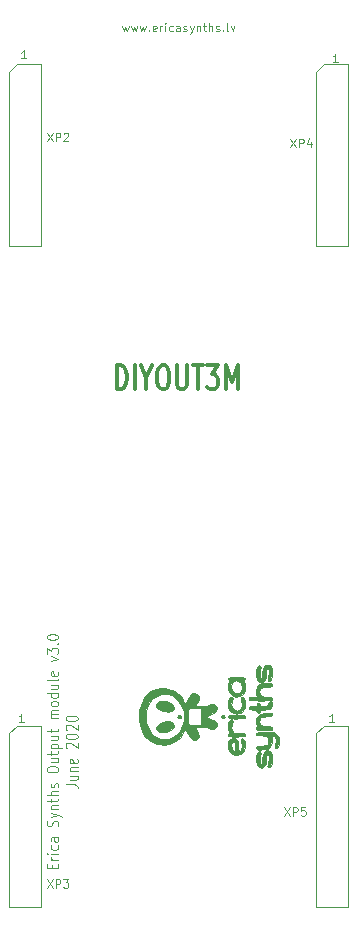
<source format=gto>
G04 #@! TF.GenerationSoftware,KiCad,Pcbnew,(2016-12-20 revision 2972f6f)-master*
G04 #@! TF.CreationDate,2020-06-24T23:38:58+03:00*
G04 #@! TF.ProjectId,DIYOUT3M,4449594F5554334D2E6B696361645F70,rev?*
G04 #@! TF.FileFunction,Legend,Top*
G04 #@! TF.FilePolarity,Positive*
%FSLAX46Y46*%
G04 Gerber Fmt 4.6, Leading zero omitted, Abs format (unit mm)*
G04 Created by KiCad (PCBNEW (2016-12-20 revision 2972f6f)-master) date Wed Jun 24 23:38:58 2020*
%MOMM*%
%LPD*%
G01*
G04 APERTURE LIST*
%ADD10C,0.100000*%
%ADD11C,0.300000*%
%ADD12C,0.120000*%
G04 APERTURE END LIST*
D10*
D11*
X9292857Y50195239D02*
X9292857Y52195239D01*
X9650000Y52195239D01*
X9864285Y52100000D01*
X10007142Y51909524D01*
X10078571Y51719048D01*
X10150000Y51338096D01*
X10150000Y51052381D01*
X10078571Y50671429D01*
X10007142Y50480953D01*
X9864285Y50290477D01*
X9650000Y50195239D01*
X9292857Y50195239D01*
X10792857Y50195239D02*
X10792857Y52195239D01*
X11792857Y51147620D02*
X11792857Y50195239D01*
X11292857Y52195239D02*
X11792857Y51147620D01*
X12292857Y52195239D01*
X13078571Y52195239D02*
X13364285Y52195239D01*
X13507142Y52100000D01*
X13650000Y51909524D01*
X13721428Y51528572D01*
X13721428Y50861905D01*
X13650000Y50480953D01*
X13507142Y50290477D01*
X13364285Y50195239D01*
X13078571Y50195239D01*
X12935714Y50290477D01*
X12792857Y50480953D01*
X12721428Y50861905D01*
X12721428Y51528572D01*
X12792857Y51909524D01*
X12935714Y52100000D01*
X13078571Y52195239D01*
X14364285Y52195239D02*
X14364285Y50576191D01*
X14435714Y50385715D01*
X14507142Y50290477D01*
X14650000Y50195239D01*
X14935714Y50195239D01*
X15078571Y50290477D01*
X15150000Y50385715D01*
X15221428Y50576191D01*
X15221428Y52195239D01*
X15721428Y52195239D02*
X16578571Y52195239D01*
X16150000Y50195239D02*
X16150000Y52195239D01*
X16935714Y52195239D02*
X17864285Y52195239D01*
X17364285Y51433334D01*
X17578571Y51433334D01*
X17721428Y51338096D01*
X17792857Y51242858D01*
X17864285Y51052381D01*
X17864285Y50576191D01*
X17792857Y50385715D01*
X17721428Y50290477D01*
X17578571Y50195239D01*
X17150000Y50195239D01*
X17007142Y50290477D01*
X16935714Y50385715D01*
X18507142Y50195239D02*
X18507142Y52195239D01*
X19007142Y50766667D01*
X19507142Y52195239D01*
X19507142Y50195239D01*
D10*
X1600000Y78183334D02*
X1200000Y78183334D01*
X1400000Y78183334D02*
X1400000Y78883334D01*
X1333333Y78783334D01*
X1266666Y78716667D01*
X1200000Y78683334D01*
X28000000Y77883334D02*
X27600000Y77883334D01*
X27800000Y77883334D02*
X27800000Y78583334D01*
X27733333Y78483334D01*
X27666666Y78416667D01*
X27600000Y78383334D01*
X1400000Y21983334D02*
X1000000Y21983334D01*
X1200000Y21983334D02*
X1200000Y22683334D01*
X1133333Y22583334D01*
X1066666Y22516667D01*
X1000000Y22483334D01*
X27689000Y21971334D02*
X27289000Y21971334D01*
X27489000Y21971334D02*
X27489000Y22671334D01*
X27422333Y22571334D01*
X27355666Y22504667D01*
X27289000Y22471334D01*
X9750000Y80950000D02*
X9883333Y80483334D01*
X10016666Y80816667D01*
X10150000Y80483334D01*
X10283333Y80950000D01*
X10483333Y80950000D02*
X10616666Y80483334D01*
X10750000Y80816667D01*
X10883333Y80483334D01*
X11016666Y80950000D01*
X11216666Y80950000D02*
X11350000Y80483334D01*
X11483333Y80816667D01*
X11616666Y80483334D01*
X11750000Y80950000D01*
X12016666Y80550000D02*
X12050000Y80516667D01*
X12016666Y80483334D01*
X11983333Y80516667D01*
X12016666Y80550000D01*
X12016666Y80483334D01*
X12616666Y80516667D02*
X12550000Y80483334D01*
X12416666Y80483334D01*
X12350000Y80516667D01*
X12316666Y80583334D01*
X12316666Y80850000D01*
X12350000Y80916667D01*
X12416666Y80950000D01*
X12550000Y80950000D01*
X12616666Y80916667D01*
X12650000Y80850000D01*
X12650000Y80783334D01*
X12316666Y80716667D01*
X12950000Y80483334D02*
X12950000Y80950000D01*
X12950000Y80816667D02*
X12983333Y80883334D01*
X13016666Y80916667D01*
X13083333Y80950000D01*
X13150000Y80950000D01*
X13383333Y80483334D02*
X13383333Y80950000D01*
X13383333Y81183334D02*
X13350000Y81150000D01*
X13383333Y81116667D01*
X13416666Y81150000D01*
X13383333Y81183334D01*
X13383333Y81116667D01*
X14016666Y80516667D02*
X13950000Y80483334D01*
X13816666Y80483334D01*
X13750000Y80516667D01*
X13716666Y80550000D01*
X13683333Y80616667D01*
X13683333Y80816667D01*
X13716666Y80883334D01*
X13750000Y80916667D01*
X13816666Y80950000D01*
X13950000Y80950000D01*
X14016666Y80916667D01*
X14616666Y80483334D02*
X14616666Y80850000D01*
X14583333Y80916667D01*
X14516666Y80950000D01*
X14383333Y80950000D01*
X14316666Y80916667D01*
X14616666Y80516667D02*
X14550000Y80483334D01*
X14383333Y80483334D01*
X14316666Y80516667D01*
X14283333Y80583334D01*
X14283333Y80650000D01*
X14316666Y80716667D01*
X14383333Y80750000D01*
X14550000Y80750000D01*
X14616666Y80783334D01*
X14916666Y80516667D02*
X14983333Y80483334D01*
X15116666Y80483334D01*
X15183333Y80516667D01*
X15216666Y80583334D01*
X15216666Y80616667D01*
X15183333Y80683334D01*
X15116666Y80716667D01*
X15016666Y80716667D01*
X14950000Y80750000D01*
X14916666Y80816667D01*
X14916666Y80850000D01*
X14950000Y80916667D01*
X15016666Y80950000D01*
X15116666Y80950000D01*
X15183333Y80916667D01*
X15450000Y80950000D02*
X15616666Y80483334D01*
X15783333Y80950000D02*
X15616666Y80483334D01*
X15550000Y80316667D01*
X15516666Y80283334D01*
X15450000Y80250000D01*
X16050000Y80950000D02*
X16050000Y80483334D01*
X16050000Y80883334D02*
X16083333Y80916667D01*
X16150000Y80950000D01*
X16250000Y80950000D01*
X16316666Y80916667D01*
X16350000Y80850000D01*
X16350000Y80483334D01*
X16583333Y80950000D02*
X16850000Y80950000D01*
X16683333Y81183334D02*
X16683333Y80583334D01*
X16716666Y80516667D01*
X16783333Y80483334D01*
X16850000Y80483334D01*
X17083333Y80483334D02*
X17083333Y81183334D01*
X17383333Y80483334D02*
X17383333Y80850000D01*
X17350000Y80916667D01*
X17283333Y80950000D01*
X17183333Y80950000D01*
X17116666Y80916667D01*
X17083333Y80883334D01*
X17683333Y80516667D02*
X17750000Y80483334D01*
X17883333Y80483334D01*
X17950000Y80516667D01*
X17983333Y80583334D01*
X17983333Y80616667D01*
X17950000Y80683334D01*
X17883333Y80716667D01*
X17783333Y80716667D01*
X17716666Y80750000D01*
X17683333Y80816667D01*
X17683333Y80850000D01*
X17716666Y80916667D01*
X17783333Y80950000D01*
X17883333Y80950000D01*
X17950000Y80916667D01*
X18283333Y80550000D02*
X18316666Y80516667D01*
X18283333Y80483334D01*
X18250000Y80516667D01*
X18283333Y80550000D01*
X18283333Y80483334D01*
X18716666Y80483334D02*
X18650000Y80516667D01*
X18616666Y80583334D01*
X18616666Y81183334D01*
X18916666Y80950000D02*
X19083333Y80483334D01*
X19250000Y80950000D01*
D12*
X3818571Y9614286D02*
X3818571Y9880953D01*
X4342380Y9995239D02*
X4342380Y9614286D01*
X3342380Y9614286D01*
X3342380Y9995239D01*
X4342380Y10338096D02*
X3675714Y10338096D01*
X3866190Y10338096D02*
X3770952Y10376191D01*
X3723333Y10414286D01*
X3675714Y10490477D01*
X3675714Y10566667D01*
X4342380Y10833334D02*
X3675714Y10833334D01*
X3342380Y10833334D02*
X3390000Y10795239D01*
X3437619Y10833334D01*
X3390000Y10871429D01*
X3342380Y10833334D01*
X3437619Y10833334D01*
X4294761Y11557143D02*
X4342380Y11480953D01*
X4342380Y11328572D01*
X4294761Y11252381D01*
X4247142Y11214286D01*
X4151904Y11176191D01*
X3866190Y11176191D01*
X3770952Y11214286D01*
X3723333Y11252381D01*
X3675714Y11328572D01*
X3675714Y11480953D01*
X3723333Y11557143D01*
X4342380Y12242858D02*
X3818571Y12242858D01*
X3723333Y12204762D01*
X3675714Y12128572D01*
X3675714Y11976191D01*
X3723333Y11900000D01*
X4294761Y12242858D02*
X4342380Y12166667D01*
X4342380Y11976191D01*
X4294761Y11900000D01*
X4199523Y11861905D01*
X4104285Y11861905D01*
X4009047Y11900000D01*
X3961428Y11976191D01*
X3961428Y12166667D01*
X3913809Y12242858D01*
X4294761Y13195239D02*
X4342380Y13309524D01*
X4342380Y13500000D01*
X4294761Y13576191D01*
X4247142Y13614286D01*
X4151904Y13652381D01*
X4056666Y13652381D01*
X3961428Y13614286D01*
X3913809Y13576191D01*
X3866190Y13500000D01*
X3818571Y13347620D01*
X3770952Y13271429D01*
X3723333Y13233334D01*
X3628095Y13195239D01*
X3532857Y13195239D01*
X3437619Y13233334D01*
X3390000Y13271429D01*
X3342380Y13347620D01*
X3342380Y13538096D01*
X3390000Y13652381D01*
X3675714Y13919048D02*
X4342380Y14109524D01*
X3675714Y14300000D02*
X4342380Y14109524D01*
X4580476Y14033334D01*
X4628095Y13995239D01*
X4675714Y13919048D01*
X3675714Y14604762D02*
X4342380Y14604762D01*
X3770952Y14604762D02*
X3723333Y14642858D01*
X3675714Y14719048D01*
X3675714Y14833334D01*
X3723333Y14909524D01*
X3818571Y14947620D01*
X4342380Y14947620D01*
X3675714Y15214286D02*
X3675714Y15519048D01*
X3342380Y15328572D02*
X4199523Y15328572D01*
X4294761Y15366667D01*
X4342380Y15442858D01*
X4342380Y15519048D01*
X4342380Y15785715D02*
X3342380Y15785715D01*
X4342380Y16128572D02*
X3818571Y16128572D01*
X3723333Y16090477D01*
X3675714Y16014286D01*
X3675714Y15900000D01*
X3723333Y15823810D01*
X3770952Y15785715D01*
X4294761Y16471429D02*
X4342380Y16547620D01*
X4342380Y16700000D01*
X4294761Y16776191D01*
X4199523Y16814286D01*
X4151904Y16814286D01*
X4056666Y16776191D01*
X4009047Y16700000D01*
X4009047Y16585715D01*
X3961428Y16509524D01*
X3866190Y16471429D01*
X3818571Y16471429D01*
X3723333Y16509524D01*
X3675714Y16585715D01*
X3675714Y16700000D01*
X3723333Y16776191D01*
X3342380Y17919048D02*
X3342380Y18071429D01*
X3390000Y18147620D01*
X3485238Y18223810D01*
X3675714Y18261905D01*
X4009047Y18261905D01*
X4199523Y18223810D01*
X4294761Y18147620D01*
X4342380Y18071429D01*
X4342380Y17919048D01*
X4294761Y17842858D01*
X4199523Y17766667D01*
X4009047Y17728572D01*
X3675714Y17728572D01*
X3485238Y17766667D01*
X3390000Y17842858D01*
X3342380Y17919048D01*
X3675714Y18947620D02*
X4342380Y18947620D01*
X3675714Y18604762D02*
X4199523Y18604762D01*
X4294761Y18642858D01*
X4342380Y18719048D01*
X4342380Y18833334D01*
X4294761Y18909524D01*
X4247142Y18947620D01*
X3675714Y19214286D02*
X3675714Y19519048D01*
X3342380Y19328572D02*
X4199523Y19328572D01*
X4294761Y19366667D01*
X4342380Y19442858D01*
X4342380Y19519048D01*
X3675714Y19785715D02*
X4675714Y19785715D01*
X3723333Y19785715D02*
X3675714Y19861905D01*
X3675714Y20014286D01*
X3723333Y20090477D01*
X3770952Y20128572D01*
X3866190Y20166667D01*
X4151904Y20166667D01*
X4247142Y20128572D01*
X4294761Y20090477D01*
X4342380Y20014286D01*
X4342380Y19861905D01*
X4294761Y19785715D01*
X3675714Y20852381D02*
X4342380Y20852381D01*
X3675714Y20509524D02*
X4199523Y20509524D01*
X4294761Y20547620D01*
X4342380Y20623810D01*
X4342380Y20738096D01*
X4294761Y20814286D01*
X4247142Y20852381D01*
X3675714Y21119048D02*
X3675714Y21423810D01*
X3342380Y21233334D02*
X4199523Y21233334D01*
X4294761Y21271429D01*
X4342380Y21347620D01*
X4342380Y21423810D01*
X4342380Y22300000D02*
X3675714Y22300000D01*
X3770952Y22300000D02*
X3723333Y22338096D01*
X3675714Y22414286D01*
X3675714Y22528572D01*
X3723333Y22604762D01*
X3818571Y22642858D01*
X4342380Y22642858D01*
X3818571Y22642858D02*
X3723333Y22680953D01*
X3675714Y22757143D01*
X3675714Y22871429D01*
X3723333Y22947620D01*
X3818571Y22985715D01*
X4342380Y22985715D01*
X4342380Y23480953D02*
X4294761Y23404762D01*
X4247142Y23366667D01*
X4151904Y23328572D01*
X3866190Y23328572D01*
X3770952Y23366667D01*
X3723333Y23404762D01*
X3675714Y23480953D01*
X3675714Y23595239D01*
X3723333Y23671429D01*
X3770952Y23709524D01*
X3866190Y23747620D01*
X4151904Y23747620D01*
X4247142Y23709524D01*
X4294761Y23671429D01*
X4342380Y23595239D01*
X4342380Y23480953D01*
X4342380Y24433334D02*
X3342380Y24433334D01*
X4294761Y24433334D02*
X4342380Y24357143D01*
X4342380Y24204762D01*
X4294761Y24128572D01*
X4247142Y24090477D01*
X4151904Y24052381D01*
X3866190Y24052381D01*
X3770952Y24090477D01*
X3723333Y24128572D01*
X3675714Y24204762D01*
X3675714Y24357143D01*
X3723333Y24433334D01*
X3675714Y25157143D02*
X4342380Y25157143D01*
X3675714Y24814286D02*
X4199523Y24814286D01*
X4294761Y24852381D01*
X4342380Y24928572D01*
X4342380Y25042858D01*
X4294761Y25119048D01*
X4247142Y25157143D01*
X4342380Y25652381D02*
X4294761Y25576191D01*
X4199523Y25538096D01*
X3342380Y25538096D01*
X4294761Y26261905D02*
X4342380Y26185715D01*
X4342380Y26033334D01*
X4294761Y25957143D01*
X4199523Y25919048D01*
X3818571Y25919048D01*
X3723333Y25957143D01*
X3675714Y26033334D01*
X3675714Y26185715D01*
X3723333Y26261905D01*
X3818571Y26300000D01*
X3913809Y26300000D01*
X4009047Y25919048D01*
X3675714Y27176191D02*
X4342380Y27366667D01*
X3675714Y27557143D01*
X3342380Y27785715D02*
X3342380Y28280953D01*
X3723333Y28014286D01*
X3723333Y28128572D01*
X3770952Y28204762D01*
X3818571Y28242858D01*
X3913809Y28280953D01*
X4151904Y28280953D01*
X4247142Y28242858D01*
X4294761Y28204762D01*
X4342380Y28128572D01*
X4342380Y27900000D01*
X4294761Y27823810D01*
X4247142Y27785715D01*
X4247142Y28623810D02*
X4294761Y28661905D01*
X4342380Y28623810D01*
X4294761Y28585715D01*
X4247142Y28623810D01*
X4342380Y28623810D01*
X3342380Y29157143D02*
X3342380Y29233334D01*
X3390000Y29309524D01*
X3437619Y29347620D01*
X3532857Y29385715D01*
X3723333Y29423810D01*
X3961428Y29423810D01*
X4151904Y29385715D01*
X4247142Y29347620D01*
X4294761Y29309524D01*
X4342380Y29233334D01*
X4342380Y29157143D01*
X4294761Y29080953D01*
X4247142Y29042858D01*
X4151904Y29004762D01*
X3961428Y28966667D01*
X3723333Y28966667D01*
X3532857Y29004762D01*
X3437619Y29042858D01*
X3390000Y29080953D01*
X3342380Y29157143D01*
X4962380Y16719048D02*
X5676666Y16719048D01*
X5819523Y16680953D01*
X5914761Y16604762D01*
X5962380Y16490477D01*
X5962380Y16414286D01*
X5295714Y17442858D02*
X5962380Y17442858D01*
X5295714Y17100000D02*
X5819523Y17100000D01*
X5914761Y17138096D01*
X5962380Y17214286D01*
X5962380Y17328572D01*
X5914761Y17404762D01*
X5867142Y17442858D01*
X5295714Y17823810D02*
X5962380Y17823810D01*
X5390952Y17823810D02*
X5343333Y17861905D01*
X5295714Y17938096D01*
X5295714Y18052381D01*
X5343333Y18128572D01*
X5438571Y18166667D01*
X5962380Y18166667D01*
X5914761Y18852381D02*
X5962380Y18776191D01*
X5962380Y18623810D01*
X5914761Y18547620D01*
X5819523Y18509524D01*
X5438571Y18509524D01*
X5343333Y18547620D01*
X5295714Y18623810D01*
X5295714Y18776191D01*
X5343333Y18852381D01*
X5438571Y18890477D01*
X5533809Y18890477D01*
X5629047Y18509524D01*
X5057619Y19804762D02*
X5010000Y19842858D01*
X4962380Y19919048D01*
X4962380Y20109524D01*
X5010000Y20185715D01*
X5057619Y20223810D01*
X5152857Y20261905D01*
X5248095Y20261905D01*
X5390952Y20223810D01*
X5962380Y19766667D01*
X5962380Y20261905D01*
X4962380Y20757143D02*
X4962380Y20833334D01*
X5010000Y20909524D01*
X5057619Y20947620D01*
X5152857Y20985715D01*
X5343333Y21023810D01*
X5581428Y21023810D01*
X5771904Y20985715D01*
X5867142Y20947620D01*
X5914761Y20909524D01*
X5962380Y20833334D01*
X5962380Y20757143D01*
X5914761Y20680953D01*
X5867142Y20642858D01*
X5771904Y20604762D01*
X5581428Y20566667D01*
X5343333Y20566667D01*
X5152857Y20604762D01*
X5057619Y20642858D01*
X5010000Y20680953D01*
X4962380Y20757143D01*
X5057619Y21328572D02*
X5010000Y21366667D01*
X4962380Y21442858D01*
X4962380Y21633334D01*
X5010000Y21709524D01*
X5057619Y21747620D01*
X5152857Y21785715D01*
X5248095Y21785715D01*
X5390952Y21747620D01*
X5962380Y21290477D01*
X5962380Y21785715D01*
X4962380Y22280953D02*
X4962380Y22357143D01*
X5010000Y22433334D01*
X5057619Y22471429D01*
X5152857Y22509524D01*
X5343333Y22547620D01*
X5581428Y22547620D01*
X5771904Y22509524D01*
X5867142Y22471429D01*
X5914761Y22433334D01*
X5962380Y22357143D01*
X5962380Y22280953D01*
X5914761Y22204762D01*
X5867142Y22166667D01*
X5771904Y22128572D01*
X5581428Y22090477D01*
X5343333Y22090477D01*
X5152857Y22128572D01*
X5057619Y22166667D01*
X5010000Y22204762D01*
X4962380Y22280953D01*
D10*
X2833500Y62316500D02*
X2833500Y77683500D01*
X2833500Y77683500D02*
X801500Y77683500D01*
X801500Y77683500D02*
X166500Y77048500D01*
X166500Y77048500D02*
X166500Y62316500D01*
X166500Y62316500D02*
X2833500Y62316500D01*
X2833500Y6316500D02*
X2833500Y21683500D01*
X2833500Y21683500D02*
X801500Y21683500D01*
X801500Y21683500D02*
X166500Y21048500D01*
X166500Y21048500D02*
X166500Y6316500D01*
X166500Y6316500D02*
X2833500Y6316500D01*
X28833500Y62316500D02*
X28833500Y77683500D01*
X28833500Y77683500D02*
X26801500Y77683500D01*
X26801500Y77683500D02*
X26166500Y77048500D01*
X26166500Y77048500D02*
X26166500Y62316500D01*
X26166500Y62316500D02*
X28833500Y62316500D01*
X28833500Y6316500D02*
X28833500Y21683500D01*
X28833500Y21683500D02*
X26801500Y21683500D01*
X26801500Y21683500D02*
X26166500Y21048500D01*
X26166500Y21048500D02*
X26166500Y6316500D01*
X26166500Y6316500D02*
X28833500Y6316500D01*
G36*
X13093540Y23790465D02*
X13453451Y23750162D01*
X13755252Y23630830D01*
X13929357Y23505359D01*
X14061368Y23345099D01*
X14102706Y23184168D01*
X14051255Y23037061D01*
X14005142Y22986168D01*
X13837174Y22897337D01*
X13617840Y22868688D01*
X13371789Y22892987D01*
X13123667Y22963000D01*
X12898120Y23071492D01*
X12719795Y23211231D01*
X12613339Y23374981D01*
X12606329Y23396723D01*
X12616879Y23524943D01*
X12697997Y23648909D01*
X12786308Y23734807D01*
X12884275Y23777185D01*
X13031423Y23790188D01*
X13093540Y23790465D01*
X13093540Y23790465D01*
X13093540Y23790465D01*
G37*
X13093540Y23790465D02*
X13453451Y23750162D01*
X13755252Y23630830D01*
X13929357Y23505359D01*
X14061368Y23345099D01*
X14102706Y23184168D01*
X14051255Y23037061D01*
X14005142Y22986168D01*
X13837174Y22897337D01*
X13617840Y22868688D01*
X13371789Y22892987D01*
X13123667Y22963000D01*
X12898120Y23071492D01*
X12719795Y23211231D01*
X12613339Y23374981D01*
X12606329Y23396723D01*
X12616879Y23524943D01*
X12697997Y23648909D01*
X12786308Y23734807D01*
X12884275Y23777185D01*
X13031423Y23790188D01*
X13093540Y23790465D01*
X13093540Y23790465D01*
G36*
X13730472Y22051019D02*
X13933293Y21995692D01*
X13973640Y21972686D01*
X14082257Y21850850D01*
X14103359Y21698423D01*
X14037803Y21534944D01*
X13949990Y21432817D01*
X13713220Y21270678D01*
X13432494Y21170010D01*
X13139766Y21137341D01*
X12866986Y21179203D01*
X12810663Y21199962D01*
X12658221Y21299715D01*
X12601373Y21433247D01*
X12639122Y21603384D01*
X12655995Y21638325D01*
X12784660Y21788851D01*
X12984723Y21912561D01*
X13227903Y22002277D01*
X13485914Y22050822D01*
X13730472Y22051019D01*
X13730472Y22051019D01*
X13730472Y22051019D01*
G37*
X13730472Y22051019D02*
X13933293Y21995692D01*
X13973640Y21972686D01*
X14082257Y21850850D01*
X14103359Y21698423D01*
X14037803Y21534944D01*
X13949990Y21432817D01*
X13713220Y21270678D01*
X13432494Y21170010D01*
X13139766Y21137341D01*
X12866986Y21179203D01*
X12810663Y21199962D01*
X12658221Y21299715D01*
X12601373Y21433247D01*
X12639122Y21603384D01*
X12655995Y21638325D01*
X12784660Y21788851D01*
X12984723Y21912561D01*
X13227903Y22002277D01*
X13485914Y22050822D01*
X13730472Y22051019D01*
X13730472Y22051019D01*
G36*
X14604884Y22626580D02*
X14637209Y22619583D01*
X14721235Y22543573D01*
X14723317Y22430832D01*
X14690856Y22369683D01*
X14598794Y22310758D01*
X14497314Y22334426D01*
X14423593Y22429993D01*
X14433557Y22521640D01*
X14506376Y22598163D01*
X14604884Y22626580D01*
X14604884Y22626580D01*
X14604884Y22626580D01*
G37*
X14604884Y22626580D02*
X14637209Y22619583D01*
X14721235Y22543573D01*
X14723317Y22430832D01*
X14690856Y22369683D01*
X14598794Y22310758D01*
X14497314Y22334426D01*
X14423593Y22429993D01*
X14433557Y22521640D01*
X14506376Y22598163D01*
X14604884Y22626580D01*
X14604884Y22626580D01*
G36*
X12996190Y24863510D02*
X13435029Y24853688D01*
X13545560Y24836517D01*
X13957902Y24716045D01*
X14325707Y24517571D01*
X14451520Y24409283D01*
X13320937Y24409283D01*
X12986216Y24356680D01*
X12662915Y24236473D01*
X12374717Y24053548D01*
X12257922Y23947088D01*
X12026195Y23638902D01*
X11860268Y23270437D01*
X11762253Y22860576D01*
X11734267Y22428203D01*
X11778423Y21992201D01*
X11896835Y21571455D01*
X11972418Y21397232D01*
X12178291Y21075268D01*
X12439462Y20823859D01*
X12741256Y20646026D01*
X13069000Y20544792D01*
X13408019Y20523177D01*
X13743640Y20584203D01*
X14061189Y20730891D01*
X14298839Y20918225D01*
X14611582Y21282641D01*
X14835213Y21674751D01*
X14967565Y22084802D01*
X15006473Y22503037D01*
X14949770Y22919701D01*
X14821578Y23272074D01*
X14662317Y23549490D01*
X14459568Y23820863D01*
X14236238Y24059989D01*
X14015233Y24240664D01*
X13929917Y24292129D01*
X13643398Y24389395D01*
X13320937Y24409283D01*
X14451520Y24409283D01*
X14634632Y24251679D01*
X14870335Y23928954D01*
X14927276Y23816884D01*
X14995117Y23678464D01*
X15047949Y23587645D01*
X15067789Y23566800D01*
X15103932Y23607695D01*
X15168981Y23712675D01*
X15219054Y23803331D01*
X15325714Y23989342D01*
X15444990Y24176366D01*
X15485985Y24235131D01*
X15588083Y24358577D01*
X15683174Y24415796D01*
X15811766Y24430367D01*
X15821463Y24430400D01*
X16016332Y24388611D01*
X16159317Y24275322D01*
X16230900Y24108649D01*
X16235533Y24046125D01*
X16209196Y23919268D01*
X16142466Y23753173D01*
X16084000Y23643000D01*
X16002248Y23498302D01*
X15947174Y23387676D01*
X15932466Y23344686D01*
X15978903Y23327415D01*
X16103820Y23318801D01*
X16284381Y23319917D01*
X16376100Y23323796D01*
X16658118Y23348487D01*
X16873261Y23392846D01*
X17055470Y23463961D01*
X17061522Y23466949D01*
X17278048Y23544635D01*
X17453913Y23535047D01*
X17605077Y23435270D01*
X17672927Y23355322D01*
X17736629Y23210192D01*
X15953206Y23210192D01*
X15752004Y23207976D01*
X15572080Y23194215D01*
X15444019Y23168641D01*
X15420260Y23158612D01*
X15378808Y23127650D01*
X15350906Y23075271D01*
X15333926Y22983396D01*
X15325238Y22833946D01*
X15322214Y22608843D01*
X15322000Y22482972D01*
X15327361Y22161545D01*
X15343491Y21940376D01*
X15370459Y21818689D01*
X15382960Y21798959D01*
X15458412Y21772345D01*
X15605692Y21752450D01*
X15795195Y21740188D01*
X15997314Y21736472D01*
X16182443Y21742217D01*
X16320976Y21758335D01*
X16359245Y21768835D01*
X16393188Y21796618D01*
X16416262Y21860085D01*
X16430400Y21975479D01*
X16437534Y22159047D01*
X16439595Y22427034D01*
X16439600Y22444475D01*
X16434600Y22769351D01*
X16419494Y22994961D01*
X16394123Y23123151D01*
X16378640Y23150239D01*
X16297108Y23181056D01*
X16145102Y23201130D01*
X15953206Y23210192D01*
X17736629Y23210192D01*
X17746182Y23188429D01*
X17723515Y23023164D01*
X17610452Y22866746D01*
X17412517Y22726391D01*
X17135235Y22609319D01*
X17091312Y22595475D01*
X16900859Y22529419D01*
X16781903Y22471123D01*
X16741914Y22426540D01*
X16788361Y22401625D01*
X16844094Y22398400D01*
X17010714Y22369714D01*
X17215455Y22295847D01*
X17418591Y22195087D01*
X17580396Y22085718D01*
X17631291Y22036041D01*
X17730884Y21886268D01*
X17750671Y21746542D01*
X17709245Y21601620D01*
X17604222Y21460003D01*
X17442100Y21393553D01*
X17236647Y21404633D01*
X17023800Y21484000D01*
X16888518Y21538676D01*
X16728037Y21570468D01*
X16512061Y21584108D01*
X16373209Y21585600D01*
X15921901Y21585600D01*
X16079150Y21306969D01*
X16197780Y21046294D01*
X16230212Y20835396D01*
X16176738Y20670748D01*
X16136092Y20621692D01*
X15975113Y20503981D01*
X15816633Y20479216D01*
X15656664Y20549271D01*
X15491217Y20716020D01*
X15316301Y20981337D01*
X15296600Y21016104D01*
X15200086Y21183409D01*
X15121602Y21309851D01*
X15074324Y21374526D01*
X15068000Y21378766D01*
X15034581Y21336430D01*
X14974321Y21227420D01*
X14918488Y21113617D01*
X14702463Y20767343D01*
X14416010Y20483719D01*
X14073132Y20268879D01*
X13687831Y20128957D01*
X13274110Y20070086D01*
X12845971Y20098401D01*
X12681254Y20133592D01*
X12277221Y20287723D01*
X11923565Y20525958D01*
X11629133Y20839676D01*
X11402768Y21220257D01*
X11303609Y21476151D01*
X11222912Y21819064D01*
X11176407Y22212000D01*
X11165906Y22614926D01*
X11193222Y22987807D01*
X11226768Y23173100D01*
X11378815Y23634363D01*
X11598684Y24031476D01*
X11878364Y24358692D01*
X12209848Y24610267D01*
X12585126Y24780454D01*
X12996190Y24863510D01*
X12996190Y24863510D01*
X12996190Y24863510D01*
G37*
X12996190Y24863510D02*
X13435029Y24853688D01*
X13545560Y24836517D01*
X13957902Y24716045D01*
X14325707Y24517571D01*
X14451520Y24409283D01*
X13320937Y24409283D01*
X12986216Y24356680D01*
X12662915Y24236473D01*
X12374717Y24053548D01*
X12257922Y23947088D01*
X12026195Y23638902D01*
X11860268Y23270437D01*
X11762253Y22860576D01*
X11734267Y22428203D01*
X11778423Y21992201D01*
X11896835Y21571455D01*
X11972418Y21397232D01*
X12178291Y21075268D01*
X12439462Y20823859D01*
X12741256Y20646026D01*
X13069000Y20544792D01*
X13408019Y20523177D01*
X13743640Y20584203D01*
X14061189Y20730891D01*
X14298839Y20918225D01*
X14611582Y21282641D01*
X14835213Y21674751D01*
X14967565Y22084802D01*
X15006473Y22503037D01*
X14949770Y22919701D01*
X14821578Y23272074D01*
X14662317Y23549490D01*
X14459568Y23820863D01*
X14236238Y24059989D01*
X14015233Y24240664D01*
X13929917Y24292129D01*
X13643398Y24389395D01*
X13320937Y24409283D01*
X14451520Y24409283D01*
X14634632Y24251679D01*
X14870335Y23928954D01*
X14927276Y23816884D01*
X14995117Y23678464D01*
X15047949Y23587645D01*
X15067789Y23566800D01*
X15103932Y23607695D01*
X15168981Y23712675D01*
X15219054Y23803331D01*
X15325714Y23989342D01*
X15444990Y24176366D01*
X15485985Y24235131D01*
X15588083Y24358577D01*
X15683174Y24415796D01*
X15811766Y24430367D01*
X15821463Y24430400D01*
X16016332Y24388611D01*
X16159317Y24275322D01*
X16230900Y24108649D01*
X16235533Y24046125D01*
X16209196Y23919268D01*
X16142466Y23753173D01*
X16084000Y23643000D01*
X16002248Y23498302D01*
X15947174Y23387676D01*
X15932466Y23344686D01*
X15978903Y23327415D01*
X16103820Y23318801D01*
X16284381Y23319917D01*
X16376100Y23323796D01*
X16658118Y23348487D01*
X16873261Y23392846D01*
X17055470Y23463961D01*
X17061522Y23466949D01*
X17278048Y23544635D01*
X17453913Y23535047D01*
X17605077Y23435270D01*
X17672927Y23355322D01*
X17736629Y23210192D01*
X15953206Y23210192D01*
X15752004Y23207976D01*
X15572080Y23194215D01*
X15444019Y23168641D01*
X15420260Y23158612D01*
X15378808Y23127650D01*
X15350906Y23075271D01*
X15333926Y22983396D01*
X15325238Y22833946D01*
X15322214Y22608843D01*
X15322000Y22482972D01*
X15327361Y22161545D01*
X15343491Y21940376D01*
X15370459Y21818689D01*
X15382960Y21798959D01*
X15458412Y21772345D01*
X15605692Y21752450D01*
X15795195Y21740188D01*
X15997314Y21736472D01*
X16182443Y21742217D01*
X16320976Y21758335D01*
X16359245Y21768835D01*
X16393188Y21796618D01*
X16416262Y21860085D01*
X16430400Y21975479D01*
X16437534Y22159047D01*
X16439595Y22427034D01*
X16439600Y22444475D01*
X16434600Y22769351D01*
X16419494Y22994961D01*
X16394123Y23123151D01*
X16378640Y23150239D01*
X16297108Y23181056D01*
X16145102Y23201130D01*
X15953206Y23210192D01*
X17736629Y23210192D01*
X17746182Y23188429D01*
X17723515Y23023164D01*
X17610452Y22866746D01*
X17412517Y22726391D01*
X17135235Y22609319D01*
X17091312Y22595475D01*
X16900859Y22529419D01*
X16781903Y22471123D01*
X16741914Y22426540D01*
X16788361Y22401625D01*
X16844094Y22398400D01*
X17010714Y22369714D01*
X17215455Y22295847D01*
X17418591Y22195087D01*
X17580396Y22085718D01*
X17631291Y22036041D01*
X17730884Y21886268D01*
X17750671Y21746542D01*
X17709245Y21601620D01*
X17604222Y21460003D01*
X17442100Y21393553D01*
X17236647Y21404633D01*
X17023800Y21484000D01*
X16888518Y21538676D01*
X16728037Y21570468D01*
X16512061Y21584108D01*
X16373209Y21585600D01*
X15921901Y21585600D01*
X16079150Y21306969D01*
X16197780Y21046294D01*
X16230212Y20835396D01*
X16176738Y20670748D01*
X16136092Y20621692D01*
X15975113Y20503981D01*
X15816633Y20479216D01*
X15656664Y20549271D01*
X15491217Y20716020D01*
X15316301Y20981337D01*
X15296600Y21016104D01*
X15200086Y21183409D01*
X15121602Y21309851D01*
X15074324Y21374526D01*
X15068000Y21378766D01*
X15034581Y21336430D01*
X14974321Y21227420D01*
X14918488Y21113617D01*
X14702463Y20767343D01*
X14416010Y20483719D01*
X14073132Y20268879D01*
X13687831Y20128957D01*
X13274110Y20070086D01*
X12845971Y20098401D01*
X12681254Y20133592D01*
X12277221Y20287723D01*
X11923565Y20525958D01*
X11629133Y20839676D01*
X11402768Y21220257D01*
X11303609Y21476151D01*
X11222912Y21819064D01*
X11176407Y22212000D01*
X11165906Y22614926D01*
X11193222Y22987807D01*
X11226768Y23173100D01*
X11378815Y23634363D01*
X11598684Y24031476D01*
X11878364Y24358692D01*
X12209848Y24610267D01*
X12585126Y24780454D01*
X12996190Y24863510D01*
X12996190Y24863510D01*
G36*
X18271738Y22597689D02*
X18364975Y22558054D01*
X18389964Y22521245D01*
X18416526Y22442918D01*
X18399422Y22398167D01*
X18359840Y22357760D01*
X18256289Y22307177D01*
X18156099Y22330902D01*
X18091890Y22409071D01*
X18095158Y22518961D01*
X18165191Y22584529D01*
X18271738Y22597689D01*
X18271738Y22597689D01*
X18271738Y22597689D01*
G37*
X18271738Y22597689D02*
X18364975Y22558054D01*
X18389964Y22521245D01*
X18416526Y22442918D01*
X18399422Y22398167D01*
X18359840Y22357760D01*
X18256289Y22307177D01*
X18156099Y22330902D01*
X18091890Y22409071D01*
X18095158Y22518961D01*
X18165191Y22584529D01*
X18271738Y22597689D01*
X18271738Y22597689D01*
G36*
X19329798Y25809824D02*
X19564927Y25808400D01*
X19785671Y25798220D01*
X19968910Y25779318D01*
X20091526Y25751729D01*
X20129877Y25725153D01*
X20125334Y25625353D01*
X20095414Y25571248D01*
X20073210Y25520663D01*
X19373060Y25520663D01*
X19202666Y25463512D01*
X19067906Y25333390D01*
X19045335Y25294000D01*
X18982143Y25086282D01*
X18986815Y24874679D01*
X19049929Y24681836D01*
X19162065Y24530397D01*
X19313802Y24443011D01*
X19404612Y24430400D01*
X19612968Y24473323D01*
X19768565Y24591147D01*
X19863172Y24767446D01*
X19888558Y24985800D01*
X19836493Y25229784D01*
X19822716Y25264669D01*
X19710619Y25420202D01*
X19551556Y25505879D01*
X19373060Y25520663D01*
X20073210Y25520663D01*
X20057299Y25484411D01*
X20088385Y25369273D01*
X20089731Y25366305D01*
X20127803Y25215398D01*
X20142727Y25010408D01*
X20134434Y24796194D01*
X20102856Y24617618D01*
X20090928Y24582826D01*
X19952202Y24365649D01*
X19743911Y24215650D01*
X19626357Y24172726D01*
X19368271Y24143988D01*
X19136154Y24209434D01*
X18954222Y24335595D01*
X18809635Y24524491D01*
X18722358Y24768692D01*
X18697369Y25036415D01*
X18739648Y25295877D01*
X18785984Y25409499D01*
X18797043Y25516171D01*
X18755587Y25576069D01*
X18705463Y25669503D01*
X18707793Y25727270D01*
X18769280Y25761215D01*
X18908856Y25786266D01*
X19103401Y25802457D01*
X19329798Y25809824D01*
X19329798Y25809824D01*
X19329798Y25809824D01*
G37*
X19329798Y25809824D02*
X19564927Y25808400D01*
X19785671Y25798220D01*
X19968910Y25779318D01*
X20091526Y25751729D01*
X20129877Y25725153D01*
X20125334Y25625353D01*
X20095414Y25571248D01*
X20073210Y25520663D01*
X19373060Y25520663D01*
X19202666Y25463512D01*
X19067906Y25333390D01*
X19045335Y25294000D01*
X18982143Y25086282D01*
X18986815Y24874679D01*
X19049929Y24681836D01*
X19162065Y24530397D01*
X19313802Y24443011D01*
X19404612Y24430400D01*
X19612968Y24473323D01*
X19768565Y24591147D01*
X19863172Y24767446D01*
X19888558Y24985800D01*
X19836493Y25229784D01*
X19822716Y25264669D01*
X19710619Y25420202D01*
X19551556Y25505879D01*
X19373060Y25520663D01*
X20073210Y25520663D01*
X20057299Y25484411D01*
X20088385Y25369273D01*
X20089731Y25366305D01*
X20127803Y25215398D01*
X20142727Y25010408D01*
X20134434Y24796194D01*
X20102856Y24617618D01*
X20090928Y24582826D01*
X19952202Y24365649D01*
X19743911Y24215650D01*
X19626357Y24172726D01*
X19368271Y24143988D01*
X19136154Y24209434D01*
X18954222Y24335595D01*
X18809635Y24524491D01*
X18722358Y24768692D01*
X18697369Y25036415D01*
X18739648Y25295877D01*
X18785984Y25409499D01*
X18797043Y25516171D01*
X18755587Y25576069D01*
X18705463Y25669503D01*
X18707793Y25727270D01*
X18769280Y25761215D01*
X18908856Y25786266D01*
X19103401Y25802457D01*
X19329798Y25809824D01*
X19329798Y25809824D01*
G36*
X19899590Y24125600D02*
X19994685Y24079466D01*
X20069834Y23957067D01*
X20121488Y23782405D01*
X20146103Y23579482D01*
X20140130Y23372301D01*
X20100022Y23184863D01*
X20053483Y23084200D01*
X19907531Y22890076D01*
X19746509Y22776431D01*
X19539130Y22723445D01*
X19474112Y22717186D01*
X19198935Y22738243D01*
X18979156Y22842107D01*
X18820240Y23023104D01*
X18727651Y23275558D01*
X18704992Y23516000D01*
X18725956Y23755666D01*
X18784199Y23949473D01*
X18871609Y24077301D01*
X18947282Y24117042D01*
X19061882Y24109895D01*
X19104103Y24035841D01*
X19070673Y23902453D01*
X19054468Y23869024D01*
X19000001Y23689142D01*
X18990431Y23477629D01*
X19023061Y23275273D01*
X19095201Y23122861D01*
X19104459Y23111964D01*
X19264211Y22999813D01*
X19443315Y22972830D01*
X19617686Y23024333D01*
X19763238Y23147644D01*
X19851067Y23319025D01*
X19884410Y23465953D01*
X19878814Y23595413D01*
X19831341Y23759425D01*
X19825196Y23776863D01*
X19771766Y23958905D01*
X19772364Y24067632D01*
X19830105Y24117650D01*
X19899590Y24125600D01*
X19899590Y24125600D01*
X19899590Y24125600D01*
G37*
X19899590Y24125600D02*
X19994685Y24079466D01*
X20069834Y23957067D01*
X20121488Y23782405D01*
X20146103Y23579482D01*
X20140130Y23372301D01*
X20100022Y23184863D01*
X20053483Y23084200D01*
X19907531Y22890076D01*
X19746509Y22776431D01*
X19539130Y22723445D01*
X19474112Y22717186D01*
X19198935Y22738243D01*
X18979156Y22842107D01*
X18820240Y23023104D01*
X18727651Y23275558D01*
X18704992Y23516000D01*
X18725956Y23755666D01*
X18784199Y23949473D01*
X18871609Y24077301D01*
X18947282Y24117042D01*
X19061882Y24109895D01*
X19104103Y24035841D01*
X19070673Y23902453D01*
X19054468Y23869024D01*
X19000001Y23689142D01*
X18990431Y23477629D01*
X19023061Y23275273D01*
X19095201Y23122861D01*
X19104459Y23111964D01*
X19264211Y22999813D01*
X19443315Y22972830D01*
X19617686Y23024333D01*
X19763238Y23147644D01*
X19851067Y23319025D01*
X19884410Y23465953D01*
X19878814Y23595413D01*
X19831341Y23759425D01*
X19825196Y23776863D01*
X19771766Y23958905D01*
X19772364Y24067632D01*
X19830105Y24117650D01*
X19899590Y24125600D01*
X19899590Y24125600D01*
G36*
X19010083Y22594819D02*
X19230775Y22593850D01*
X19430070Y22590294D01*
X19707364Y22583855D01*
X19899274Y22575924D01*
X20022008Y22563714D01*
X20091772Y22544435D01*
X20124775Y22515301D01*
X20137224Y22473522D01*
X20137965Y22468521D01*
X20117462Y22372529D01*
X20036365Y22329515D01*
X19937745Y22316328D01*
X19764997Y22305735D01*
X19545582Y22299081D01*
X19383009Y22297493D01*
X19081318Y22304382D01*
X18871600Y22327813D01*
X18745166Y22370573D01*
X18693323Y22435450D01*
X18703405Y22515434D01*
X18726491Y22551151D01*
X18774356Y22575160D01*
X18863416Y22589152D01*
X19010083Y22594819D01*
X19010083Y22594819D01*
X19010083Y22594819D01*
G37*
X19010083Y22594819D02*
X19230775Y22593850D01*
X19430070Y22590294D01*
X19707364Y22583855D01*
X19899274Y22575924D01*
X20022008Y22563714D01*
X20091772Y22544435D01*
X20124775Y22515301D01*
X20137224Y22473522D01*
X20137965Y22468521D01*
X20117462Y22372529D01*
X20036365Y22329515D01*
X19937745Y22316328D01*
X19764997Y22305735D01*
X19545582Y22299081D01*
X19383009Y22297493D01*
X19081318Y22304382D01*
X18871600Y22327813D01*
X18745166Y22370573D01*
X18693323Y22435450D01*
X18703405Y22515434D01*
X18726491Y22551151D01*
X18774356Y22575160D01*
X18863416Y22589152D01*
X19010083Y22594819D01*
X19010083Y22594819D01*
G36*
X18965910Y22235365D02*
X19025459Y22219009D01*
X19061951Y22185419D01*
X19110667Y22121421D01*
X19106875Y22050725D01*
X19060370Y21950038D01*
X18998399Y21758211D01*
X18988435Y21548950D01*
X19025307Y21351213D01*
X19103846Y21193962D01*
X19210475Y21109156D01*
X19303410Y21092165D01*
X19460102Y21080434D01*
X19606054Y21076906D01*
X19793747Y21071634D01*
X19954784Y21058718D01*
X20033700Y21045581D01*
X20122663Y20981934D01*
X20149472Y20882829D01*
X20114133Y20806666D01*
X20053367Y20794103D01*
X19910984Y20783649D01*
X19706960Y20776263D01*
X19461272Y20772904D01*
X19408368Y20772800D01*
X19131910Y20774232D01*
X18940512Y20779896D01*
X18817658Y20791842D01*
X18746833Y20812119D01*
X18711519Y20842777D01*
X18702870Y20860359D01*
X18710967Y20963427D01*
X18752250Y21008596D01*
X18807266Y21085919D01*
X18786314Y21162336D01*
X18715734Y21374542D01*
X18696946Y21617805D01*
X18726655Y21859003D01*
X18801566Y22065016D01*
X18887377Y22178286D01*
X18965910Y22235365D01*
X18965910Y22235365D01*
X18965910Y22235365D01*
G37*
X18965910Y22235365D02*
X19025459Y22219009D01*
X19061951Y22185419D01*
X19110667Y22121421D01*
X19106875Y22050725D01*
X19060370Y21950038D01*
X18998399Y21758211D01*
X18988435Y21548950D01*
X19025307Y21351213D01*
X19103846Y21193962D01*
X19210475Y21109156D01*
X19303410Y21092165D01*
X19460102Y21080434D01*
X19606054Y21076906D01*
X19793747Y21071634D01*
X19954784Y21058718D01*
X20033700Y21045581D01*
X20122663Y20981934D01*
X20149472Y20882829D01*
X20114133Y20806666D01*
X20053367Y20794103D01*
X19910984Y20783649D01*
X19706960Y20776263D01*
X19461272Y20772904D01*
X19408368Y20772800D01*
X19131910Y20774232D01*
X18940512Y20779896D01*
X18817658Y20791842D01*
X18746833Y20812119D01*
X18711519Y20842777D01*
X18702870Y20860359D01*
X18710967Y20963427D01*
X18752250Y21008596D01*
X18807266Y21085919D01*
X18786314Y21162336D01*
X18715734Y21374542D01*
X18696946Y21617805D01*
X18726655Y21859003D01*
X18801566Y22065016D01*
X18887377Y22178286D01*
X18965910Y22235365D01*
X18965910Y22235365D01*
G36*
X19079879Y20649639D02*
X19229233Y20646759D01*
X19377205Y20585647D01*
X19479110Y20469472D01*
X19520031Y20348277D01*
X19207553Y20348277D01*
X19106995Y20345498D01*
X19031983Y20266786D01*
X18986545Y20135504D01*
X18974708Y19975014D01*
X19000499Y19808678D01*
X19067944Y19659860D01*
X19084887Y19636650D01*
X19169578Y19545229D01*
X19233793Y19503116D01*
X19237287Y19502800D01*
X19259126Y19549585D01*
X19275589Y19673950D01*
X19283907Y19851908D01*
X19284400Y19910794D01*
X19279926Y20126896D01*
X19264328Y20260289D01*
X19234341Y20329558D01*
X19207553Y20348277D01*
X19520031Y20348277D01*
X19541442Y20284865D01*
X19570697Y20018459D01*
X19573589Y19938117D01*
X19586917Y19702375D01*
X19614138Y19563350D01*
X19657752Y19516799D01*
X19720258Y19558479D01*
X19763023Y19616601D01*
X19865379Y19858734D01*
X19868067Y20120422D01*
X19820597Y20289944D01*
X19767494Y20465957D01*
X19774969Y20570558D01*
X19845949Y20615993D01*
X19899590Y20620400D01*
X19994274Y20574135D01*
X20068976Y20450802D01*
X20120164Y20273592D01*
X20144304Y20065696D01*
X20137866Y19850304D01*
X20097316Y19650609D01*
X20061136Y19559771D01*
X19918565Y19373619D01*
X19722519Y19253882D01*
X19496431Y19200818D01*
X19263733Y19214682D01*
X19047859Y19295732D01*
X18872241Y19444224D01*
X18805719Y19546020D01*
X18719325Y19783573D01*
X18694628Y20022709D01*
X18724980Y20246156D01*
X18803736Y20436641D01*
X18924251Y20576893D01*
X19079879Y20649639D01*
X19079879Y20649639D01*
X19079879Y20649639D01*
G37*
X19079879Y20649639D02*
X19229233Y20646759D01*
X19377205Y20585647D01*
X19479110Y20469472D01*
X19520031Y20348277D01*
X19207553Y20348277D01*
X19106995Y20345498D01*
X19031983Y20266786D01*
X18986545Y20135504D01*
X18974708Y19975014D01*
X19000499Y19808678D01*
X19067944Y19659860D01*
X19084887Y19636650D01*
X19169578Y19545229D01*
X19233793Y19503116D01*
X19237287Y19502800D01*
X19259126Y19549585D01*
X19275589Y19673950D01*
X19283907Y19851908D01*
X19284400Y19910794D01*
X19279926Y20126896D01*
X19264328Y20260289D01*
X19234341Y20329558D01*
X19207553Y20348277D01*
X19520031Y20348277D01*
X19541442Y20284865D01*
X19570697Y20018459D01*
X19573589Y19938117D01*
X19586917Y19702375D01*
X19614138Y19563350D01*
X19657752Y19516799D01*
X19720258Y19558479D01*
X19763023Y19616601D01*
X19865379Y19858734D01*
X19868067Y20120422D01*
X19820597Y20289944D01*
X19767494Y20465957D01*
X19774969Y20570558D01*
X19845949Y20615993D01*
X19899590Y20620400D01*
X19994274Y20574135D01*
X20068976Y20450802D01*
X20120164Y20273592D01*
X20144304Y20065696D01*
X20137866Y19850304D01*
X20097316Y19650609D01*
X20061136Y19559771D01*
X19918565Y19373619D01*
X19722519Y19253882D01*
X19496431Y19200818D01*
X19263733Y19214682D01*
X19047859Y19295732D01*
X18872241Y19444224D01*
X18805719Y19546020D01*
X18719325Y19783573D01*
X18694628Y20022709D01*
X18724980Y20246156D01*
X18803736Y20436641D01*
X18924251Y20576893D01*
X19079879Y20649639D01*
X19079879Y20649639D01*
G36*
X22136541Y25323494D02*
X22313706Y25293866D01*
X22409902Y25229060D01*
X22434000Y25145737D01*
X22407634Y25073334D01*
X22319985Y25025680D01*
X22158221Y24999115D01*
X21909513Y24989976D01*
X21887900Y24989893D01*
X21644706Y24969736D01*
X21484728Y24904469D01*
X21396185Y24785008D01*
X21367294Y24602270D01*
X21367200Y24588427D01*
X21385520Y24405575D01*
X21450123Y24278431D01*
X21575470Y24196181D01*
X21776024Y24148012D01*
X21983206Y24127829D01*
X22192430Y24111880D01*
X22320820Y24093118D01*
X22389080Y24065179D01*
X22417914Y24021699D01*
X22423985Y23992365D01*
X22402063Y23888932D01*
X22356331Y23852665D01*
X22279130Y23841863D01*
X22119558Y23832628D01*
X21896840Y23825637D01*
X21630202Y23821563D01*
X21448954Y23820800D01*
X21089120Y23824253D01*
X20820644Y23836125D01*
X20633471Y23858685D01*
X20517547Y23894202D01*
X20462815Y23944944D01*
X20459221Y24013181D01*
X20468351Y24042053D01*
X20508847Y24089090D01*
X20599446Y24115100D01*
X20761960Y24125017D01*
X20837640Y24125600D01*
X21016479Y24128264D01*
X21112925Y24140075D01*
X21146126Y24166756D01*
X21135233Y24214032D01*
X21135024Y24214500D01*
X21084089Y24413995D01*
X21079029Y24646909D01*
X21118832Y24861598D01*
X21149142Y24934788D01*
X21264184Y25108734D01*
X21407421Y25222561D01*
X21602579Y25288956D01*
X21870388Y25320430D01*
X22136541Y25323494D01*
X22136541Y25323494D01*
X22136541Y25323494D01*
G37*
X22136541Y25323494D02*
X22313706Y25293866D01*
X22409902Y25229060D01*
X22434000Y25145737D01*
X22407634Y25073334D01*
X22319985Y25025680D01*
X22158221Y24999115D01*
X21909513Y24989976D01*
X21887900Y24989893D01*
X21644706Y24969736D01*
X21484728Y24904469D01*
X21396185Y24785008D01*
X21367294Y24602270D01*
X21367200Y24588427D01*
X21385520Y24405575D01*
X21450123Y24278431D01*
X21575470Y24196181D01*
X21776024Y24148012D01*
X21983206Y24127829D01*
X22192430Y24111880D01*
X22320820Y24093118D01*
X22389080Y24065179D01*
X22417914Y24021699D01*
X22423985Y23992365D01*
X22402063Y23888932D01*
X22356331Y23852665D01*
X22279130Y23841863D01*
X22119558Y23832628D01*
X21896840Y23825637D01*
X21630202Y23821563D01*
X21448954Y23820800D01*
X21089120Y23824253D01*
X20820644Y23836125D01*
X20633471Y23858685D01*
X20517547Y23894202D01*
X20462815Y23944944D01*
X20459221Y24013181D01*
X20468351Y24042053D01*
X20508847Y24089090D01*
X20599446Y24115100D01*
X20761960Y24125017D01*
X20837640Y24125600D01*
X21016479Y24128264D01*
X21112925Y24140075D01*
X21146126Y24166756D01*
X21135233Y24214032D01*
X21135024Y24214500D01*
X21084089Y24413995D01*
X21079029Y24646909D01*
X21118832Y24861598D01*
X21149142Y24934788D01*
X21264184Y25108734D01*
X21407421Y25222561D01*
X21602579Y25288956D01*
X21870388Y25320430D01*
X22136541Y25323494D01*
X22136541Y25323494D01*
G36*
X22256439Y23744012D02*
X22351361Y23740041D01*
X22412703Y23668047D01*
X22434652Y23537902D01*
X22418147Y23384705D01*
X22364126Y23243556D01*
X22337040Y23204127D01*
X22275209Y23143025D01*
X22192986Y23103675D01*
X22064956Y23078986D01*
X21865704Y23061864D01*
X21816340Y23058800D01*
X21605878Y23043135D01*
X21479132Y23023981D01*
X21418221Y22996655D01*
X21405269Y22956471D01*
X21405970Y22951276D01*
X21380166Y22847784D01*
X21293517Y22782418D01*
X21198809Y22782818D01*
X21127788Y22853235D01*
X21103470Y22923395D01*
X21081487Y22986496D01*
X21021804Y23024418D01*
X20900001Y23047491D01*
X20783446Y23058800D01*
X20606669Y23079630D01*
X20508560Y23110504D01*
X20466198Y23160014D01*
X20460948Y23179712D01*
X20471928Y23273854D01*
X20555177Y23331995D01*
X20721282Y23359210D01*
X20842966Y23362822D01*
X20999296Y23368284D01*
X21081085Y23390855D01*
X21115210Y23441604D01*
X21122366Y23477900D01*
X21170127Y23575273D01*
X21253126Y23613501D01*
X21334441Y23588447D01*
X21375971Y23506318D01*
X21392118Y23444810D01*
X21434127Y23409636D01*
X21525135Y23393501D01*
X21688280Y23389116D01*
X21748200Y23389000D01*
X21934230Y23390860D01*
X22041831Y23402098D01*
X22094169Y23431198D01*
X22114411Y23486643D01*
X22119515Y23524982D01*
X22166842Y23669441D01*
X22256439Y23744012D01*
X22256439Y23744012D01*
X22256439Y23744012D01*
G37*
X22256439Y23744012D02*
X22351361Y23740041D01*
X22412703Y23668047D01*
X22434652Y23537902D01*
X22418147Y23384705D01*
X22364126Y23243556D01*
X22337040Y23204127D01*
X22275209Y23143025D01*
X22192986Y23103675D01*
X22064956Y23078986D01*
X21865704Y23061864D01*
X21816340Y23058800D01*
X21605878Y23043135D01*
X21479132Y23023981D01*
X21418221Y22996655D01*
X21405269Y22956471D01*
X21405970Y22951276D01*
X21380166Y22847784D01*
X21293517Y22782418D01*
X21198809Y22782818D01*
X21127788Y22853235D01*
X21103470Y22923395D01*
X21081487Y22986496D01*
X21021804Y23024418D01*
X20900001Y23047491D01*
X20783446Y23058800D01*
X20606669Y23079630D01*
X20508560Y23110504D01*
X20466198Y23160014D01*
X20460948Y23179712D01*
X20471928Y23273854D01*
X20555177Y23331995D01*
X20721282Y23359210D01*
X20842966Y23362822D01*
X20999296Y23368284D01*
X21081085Y23390855D01*
X21115210Y23441604D01*
X21122366Y23477900D01*
X21170127Y23575273D01*
X21253126Y23613501D01*
X21334441Y23588447D01*
X21375971Y23506318D01*
X21392118Y23444810D01*
X21434127Y23409636D01*
X21525135Y23393501D01*
X21688280Y23389116D01*
X21748200Y23389000D01*
X21934230Y23390860D01*
X22041831Y23402098D01*
X22094169Y23431198D01*
X22114411Y23486643D01*
X22119515Y23524982D01*
X22166842Y23669441D01*
X22256439Y23744012D01*
X22256439Y23744012D01*
G36*
X22117171Y22803259D02*
X22299159Y22784798D01*
X22399402Y22734348D01*
X22425898Y22649781D01*
X22424597Y22637904D01*
X22408414Y22582243D01*
X22365227Y22546265D01*
X22274199Y22523356D01*
X22114489Y22506899D01*
X21983206Y22497770D01*
X21716411Y22467616D01*
X21535758Y22411093D01*
X21427053Y22317808D01*
X21376103Y22177370D01*
X21367200Y22046751D01*
X21392550Y21860048D01*
X21476331Y21735240D01*
X21630141Y21663777D01*
X21865574Y21637110D01*
X21923824Y21636400D01*
X22159291Y21631260D01*
X22310669Y21611728D01*
X22395136Y21571633D01*
X22429869Y21504807D01*
X22434000Y21453164D01*
X22434000Y21331600D01*
X21772005Y21331600D01*
X21492879Y21333540D01*
X21299723Y21340514D01*
X21176963Y21354254D01*
X21109024Y21376490D01*
X21080522Y21408446D01*
X21084457Y21509539D01*
X21111041Y21557599D01*
X21144522Y21651712D01*
X21116725Y21731413D01*
X21069538Y21901416D01*
X21068740Y22113651D01*
X21111342Y22321551D01*
X21161764Y22433739D01*
X21298876Y22605592D01*
X21473936Y22715796D01*
X21710931Y22776915D01*
X21845441Y22791854D01*
X22117171Y22803259D01*
X22117171Y22803259D01*
X22117171Y22803259D01*
G37*
X22117171Y22803259D02*
X22299159Y22784798D01*
X22399402Y22734348D01*
X22425898Y22649781D01*
X22424597Y22637904D01*
X22408414Y22582243D01*
X22365227Y22546265D01*
X22274199Y22523356D01*
X22114489Y22506899D01*
X21983206Y22497770D01*
X21716411Y22467616D01*
X21535758Y22411093D01*
X21427053Y22317808D01*
X21376103Y22177370D01*
X21367200Y22046751D01*
X21392550Y21860048D01*
X21476331Y21735240D01*
X21630141Y21663777D01*
X21865574Y21637110D01*
X21923824Y21636400D01*
X22159291Y21631260D01*
X22310669Y21611728D01*
X22395136Y21571633D01*
X22429869Y21504807D01*
X22434000Y21453164D01*
X22434000Y21331600D01*
X21772005Y21331600D01*
X21492879Y21333540D01*
X21299723Y21340514D01*
X21176963Y21354254D01*
X21109024Y21376490D01*
X21080522Y21408446D01*
X21084457Y21509539D01*
X21111041Y21557599D01*
X21144522Y21651712D01*
X21116725Y21731413D01*
X21069538Y21901416D01*
X21068740Y22113651D01*
X21111342Y22321551D01*
X21161764Y22433739D01*
X21298876Y22605592D01*
X21473936Y22715796D01*
X21710931Y22776915D01*
X21845441Y22791854D01*
X22117171Y22803259D01*
X22117171Y22803259D01*
G36*
X21978314Y26867860D02*
X22155659Y26826760D01*
X22305265Y26705572D01*
X22408218Y26510785D01*
X22458917Y26261737D01*
X22451763Y25977766D01*
X22433361Y25867864D01*
X22370149Y25637520D01*
X22292539Y25500136D01*
X22195532Y25447508D01*
X22176618Y25446400D01*
X22082778Y25473176D01*
X22047398Y25560249D01*
X22068637Y25717734D01*
X22104808Y25841160D01*
X22146518Y26029845D01*
X22156021Y26219463D01*
X22136205Y26384456D01*
X22089958Y26499265D01*
X22025993Y26538600D01*
X21985439Y26513828D01*
X21956519Y26428893D01*
X21935301Y26267869D01*
X21924616Y26127854D01*
X21889076Y25828933D01*
X21824137Y25617646D01*
X21724558Y25482944D01*
X21585977Y25413995D01*
X21409374Y25417354D01*
X21253307Y25507179D01*
X21141700Y25668393D01*
X21128767Y25702114D01*
X21079900Y25910787D01*
X21066515Y26129660D01*
X21083731Y26342506D01*
X21126665Y26533098D01*
X21190437Y26685210D01*
X21270163Y26782614D01*
X21360963Y26809084D01*
X21447017Y26759954D01*
X21497696Y26695020D01*
X21495628Y26625634D01*
X21447970Y26522038D01*
X21392582Y26353032D01*
X21370116Y26150025D01*
X21380866Y25952779D01*
X21425125Y25801057D01*
X21442434Y25773609D01*
X21515944Y25714830D01*
X21570475Y25754524D01*
X21605377Y25891234D01*
X21619999Y26123500D01*
X21620422Y26172822D01*
X21645642Y26465348D01*
X21716760Y26682439D01*
X21829182Y26818480D01*
X21978314Y26867860D01*
X21978314Y26867860D01*
X21978314Y26867860D01*
G37*
X21978314Y26867860D02*
X22155659Y26826760D01*
X22305265Y26705572D01*
X22408218Y26510785D01*
X22458917Y26261737D01*
X22451763Y25977766D01*
X22433361Y25867864D01*
X22370149Y25637520D01*
X22292539Y25500136D01*
X22195532Y25447508D01*
X22176618Y25446400D01*
X22082778Y25473176D01*
X22047398Y25560249D01*
X22068637Y25717734D01*
X22104808Y25841160D01*
X22146518Y26029845D01*
X22156021Y26219463D01*
X22136205Y26384456D01*
X22089958Y26499265D01*
X22025993Y26538600D01*
X21985439Y26513828D01*
X21956519Y26428893D01*
X21935301Y26267869D01*
X21924616Y26127854D01*
X21889076Y25828933D01*
X21824137Y25617646D01*
X21724558Y25482944D01*
X21585977Y25413995D01*
X21409374Y25417354D01*
X21253307Y25507179D01*
X21141700Y25668393D01*
X21128767Y25702114D01*
X21079900Y25910787D01*
X21066515Y26129660D01*
X21083731Y26342506D01*
X21126665Y26533098D01*
X21190437Y26685210D01*
X21270163Y26782614D01*
X21360963Y26809084D01*
X21447017Y26759954D01*
X21497696Y26695020D01*
X21495628Y26625634D01*
X21447970Y26522038D01*
X21392582Y26353032D01*
X21370116Y26150025D01*
X21380866Y25952779D01*
X21425125Y25801057D01*
X21442434Y25773609D01*
X21515944Y25714830D01*
X21570475Y25754524D01*
X21605377Y25891234D01*
X21619999Y26123500D01*
X21620422Y26172822D01*
X21645642Y26465348D01*
X21716760Y26682439D01*
X21829182Y26818480D01*
X21978314Y26867860D01*
X21978314Y26867860D01*
G36*
X21978314Y19603460D02*
X22155659Y19562360D01*
X22304916Y19441543D01*
X22407860Y19248250D01*
X22459485Y19002828D01*
X22454789Y18725625D01*
X22413096Y18515519D01*
X22337354Y18314120D01*
X22248694Y18194862D01*
X22154494Y18164715D01*
X22084401Y18205026D01*
X22036752Y18287277D01*
X22061946Y18394666D01*
X22065285Y18402103D01*
X22124403Y18581940D01*
X22154545Y18780399D01*
X22156867Y18973081D01*
X22132526Y19135589D01*
X22082679Y19243525D01*
X22023945Y19274200D01*
X21984268Y19247329D01*
X21955503Y19156795D01*
X21934097Y18987715D01*
X21924210Y18856429D01*
X21884952Y18547443D01*
X21811471Y18329111D01*
X21700636Y18195357D01*
X21555188Y18140768D01*
X21367368Y18162398D01*
X21220137Y18271398D01*
X21118976Y18459796D01*
X21069365Y18719620D01*
X21065267Y18853468D01*
X21085001Y19092294D01*
X21133517Y19294058D01*
X21202888Y19445458D01*
X21285192Y19533188D01*
X21372503Y19543946D01*
X21442144Y19486177D01*
X21482827Y19406197D01*
X21473448Y19312814D01*
X21439168Y19221108D01*
X21388692Y19043173D01*
X21368253Y18845643D01*
X21377484Y18661803D01*
X21416020Y18524937D01*
X21447271Y18483586D01*
X21524100Y18450175D01*
X21577202Y18501554D01*
X21608585Y18642651D01*
X21620259Y18878392D01*
X21620422Y18908422D01*
X21645642Y19200948D01*
X21716760Y19418039D01*
X21829182Y19554080D01*
X21978314Y19603460D01*
X21978314Y19603460D01*
X21978314Y19603460D01*
G37*
X21978314Y19603460D02*
X22155659Y19562360D01*
X22304916Y19441543D01*
X22407860Y19248250D01*
X22459485Y19002828D01*
X22454789Y18725625D01*
X22413096Y18515519D01*
X22337354Y18314120D01*
X22248694Y18194862D01*
X22154494Y18164715D01*
X22084401Y18205026D01*
X22036752Y18287277D01*
X22061946Y18394666D01*
X22065285Y18402103D01*
X22124403Y18581940D01*
X22154545Y18780399D01*
X22156867Y18973081D01*
X22132526Y19135589D01*
X22082679Y19243525D01*
X22023945Y19274200D01*
X21984268Y19247329D01*
X21955503Y19156795D01*
X21934097Y18987715D01*
X21924210Y18856429D01*
X21884952Y18547443D01*
X21811471Y18329111D01*
X21700636Y18195357D01*
X21555188Y18140768D01*
X21367368Y18162398D01*
X21220137Y18271398D01*
X21118976Y18459796D01*
X21069365Y18719620D01*
X21065267Y18853468D01*
X21085001Y19092294D01*
X21133517Y19294058D01*
X21202888Y19445458D01*
X21285192Y19533188D01*
X21372503Y19543946D01*
X21442144Y19486177D01*
X21482827Y19406197D01*
X21473448Y19312814D01*
X21439168Y19221108D01*
X21388692Y19043173D01*
X21368253Y18845643D01*
X21377484Y18661803D01*
X21416020Y18524937D01*
X21447271Y18483586D01*
X21524100Y18450175D01*
X21577202Y18501554D01*
X21608585Y18642651D01*
X21620259Y18878392D01*
X21620422Y18908422D01*
X21645642Y19200948D01*
X21716760Y19418039D01*
X21829182Y19554080D01*
X21978314Y19603460D01*
X21978314Y19603460D01*
G36*
X21726647Y21167218D02*
X21896201Y21165400D01*
X22199114Y21156789D01*
X22419056Y21141861D01*
X22574571Y21118401D01*
X22684205Y21084192D01*
X22719249Y21067067D01*
X22880858Y20925096D01*
X22997219Y20716068D01*
X23059154Y20467910D01*
X23057483Y20208549D01*
X23035856Y20103906D01*
X22962017Y19927716D01*
X22862363Y19813744D01*
X22753502Y19778721D01*
X22720746Y19786410D01*
X22656283Y19832030D01*
X22643587Y19913507D01*
X22682518Y20051822D01*
X22718367Y20141853D01*
X22768854Y20302882D01*
X22763346Y20446384D01*
X22743534Y20523031D01*
X22674317Y20692123D01*
X22575512Y20791903D01*
X22448329Y20845688D01*
X22374585Y20861524D01*
X22358657Y20828718D01*
X22389977Y20724397D01*
X22390970Y20721547D01*
X22429541Y20509759D01*
X22417489Y20278460D01*
X22360573Y20067454D01*
X22276197Y19928277D01*
X22160293Y19817583D01*
X22044259Y19747431D01*
X21896774Y19705673D01*
X21686516Y19680163D01*
X21623404Y19675122D01*
X21352595Y19671375D01*
X21168668Y19706856D01*
X21074697Y19780700D01*
X21062400Y19833000D01*
X21107433Y19921884D01*
X21244097Y19979912D01*
X21474736Y20007845D01*
X21609986Y20010800D01*
X21815238Y20017267D01*
X21945557Y20040379D01*
X22027008Y20085700D01*
X22045126Y20103700D01*
X22111000Y20240915D01*
X22127673Y20422839D01*
X22096022Y20605781D01*
X22032576Y20728469D01*
X21971079Y20789434D01*
X21890193Y20827773D01*
X21764103Y20850457D01*
X21566989Y20864458D01*
X21520852Y20866645D01*
X21298582Y20881832D01*
X21160834Y20905316D01*
X21090636Y20940790D01*
X21075822Y20963494D01*
X21067619Y21043504D01*
X21119470Y21101634D01*
X21240506Y21140132D01*
X21439855Y21161244D01*
X21726647Y21167218D01*
X21726647Y21167218D01*
X21726647Y21167218D01*
G37*
X21726647Y21167218D02*
X21896201Y21165400D01*
X22199114Y21156789D01*
X22419056Y21141861D01*
X22574571Y21118401D01*
X22684205Y21084192D01*
X22719249Y21067067D01*
X22880858Y20925096D01*
X22997219Y20716068D01*
X23059154Y20467910D01*
X23057483Y20208549D01*
X23035856Y20103906D01*
X22962017Y19927716D01*
X22862363Y19813744D01*
X22753502Y19778721D01*
X22720746Y19786410D01*
X22656283Y19832030D01*
X22643587Y19913507D01*
X22682518Y20051822D01*
X22718367Y20141853D01*
X22768854Y20302882D01*
X22763346Y20446384D01*
X22743534Y20523031D01*
X22674317Y20692123D01*
X22575512Y20791903D01*
X22448329Y20845688D01*
X22374585Y20861524D01*
X22358657Y20828718D01*
X22389977Y20724397D01*
X22390970Y20721547D01*
X22429541Y20509759D01*
X22417489Y20278460D01*
X22360573Y20067454D01*
X22276197Y19928277D01*
X22160293Y19817583D01*
X22044259Y19747431D01*
X21896774Y19705673D01*
X21686516Y19680163D01*
X21623404Y19675122D01*
X21352595Y19671375D01*
X21168668Y19706856D01*
X21074697Y19780700D01*
X21062400Y19833000D01*
X21107433Y19921884D01*
X21244097Y19979912D01*
X21474736Y20007845D01*
X21609986Y20010800D01*
X21815238Y20017267D01*
X21945557Y20040379D01*
X22027008Y20085700D01*
X22045126Y20103700D01*
X22111000Y20240915D01*
X22127673Y20422839D01*
X22096022Y20605781D01*
X22032576Y20728469D01*
X21971079Y20789434D01*
X21890193Y20827773D01*
X21764103Y20850457D01*
X21566989Y20864458D01*
X21520852Y20866645D01*
X21298582Y20881832D01*
X21160834Y20905316D01*
X21090636Y20940790D01*
X21075822Y20963494D01*
X21067619Y21043504D01*
X21119470Y21101634D01*
X21240506Y21140132D01*
X21439855Y21161244D01*
X21726647Y21167218D01*
X21726647Y21167218D01*
X3383333Y71883334D02*
X3850000Y71183334D01*
X3850000Y71883334D02*
X3383333Y71183334D01*
X4116666Y71183334D02*
X4116666Y71883334D01*
X4383333Y71883334D01*
X4450000Y71850000D01*
X4483333Y71816667D01*
X4516666Y71750000D01*
X4516666Y71650000D01*
X4483333Y71583334D01*
X4450000Y71550000D01*
X4383333Y71516667D01*
X4116666Y71516667D01*
X4783333Y71816667D02*
X4816666Y71850000D01*
X4883333Y71883334D01*
X5050000Y71883334D01*
X5116666Y71850000D01*
X5150000Y71816667D01*
X5183333Y71750000D01*
X5183333Y71683334D01*
X5150000Y71583334D01*
X4750000Y71183334D01*
X5183333Y71183334D01*
X3383333Y8683334D02*
X3850000Y7983334D01*
X3850000Y8683334D02*
X3383333Y7983334D01*
X4116666Y7983334D02*
X4116666Y8683334D01*
X4383333Y8683334D01*
X4450000Y8650000D01*
X4483333Y8616667D01*
X4516666Y8550000D01*
X4516666Y8450000D01*
X4483333Y8383334D01*
X4450000Y8350000D01*
X4383333Y8316667D01*
X4116666Y8316667D01*
X4750000Y8683334D02*
X5183333Y8683334D01*
X4950000Y8416667D01*
X5050000Y8416667D01*
X5116666Y8383334D01*
X5150000Y8350000D01*
X5183333Y8283334D01*
X5183333Y8116667D01*
X5150000Y8050000D01*
X5116666Y8016667D01*
X5050000Y7983334D01*
X4850000Y7983334D01*
X4783333Y8016667D01*
X4750000Y8050000D01*
X23983333Y71383334D02*
X24450000Y70683334D01*
X24450000Y71383334D02*
X23983333Y70683334D01*
X24716666Y70683334D02*
X24716666Y71383334D01*
X24983333Y71383334D01*
X25050000Y71350000D01*
X25083333Y71316667D01*
X25116666Y71250000D01*
X25116666Y71150000D01*
X25083333Y71083334D01*
X25050000Y71050000D01*
X24983333Y71016667D01*
X24716666Y71016667D01*
X25716666Y71150000D02*
X25716666Y70683334D01*
X25550000Y71416667D02*
X25383333Y70916667D01*
X25816666Y70916667D01*
X23483333Y14783334D02*
X23950000Y14083334D01*
X23950000Y14783334D02*
X23483333Y14083334D01*
X24216666Y14083334D02*
X24216666Y14783334D01*
X24483333Y14783334D01*
X24550000Y14750000D01*
X24583333Y14716667D01*
X24616666Y14650000D01*
X24616666Y14550000D01*
X24583333Y14483334D01*
X24550000Y14450000D01*
X24483333Y14416667D01*
X24216666Y14416667D01*
X25250000Y14783334D02*
X24916666Y14783334D01*
X24883333Y14450000D01*
X24916666Y14483334D01*
X24983333Y14516667D01*
X25150000Y14516667D01*
X25216666Y14483334D01*
X25250000Y14450000D01*
X25283333Y14383334D01*
X25283333Y14216667D01*
X25250000Y14150000D01*
X25216666Y14116667D01*
X25150000Y14083334D01*
X24983333Y14083334D01*
X24916666Y14116667D01*
X24883333Y14150000D01*
M02*

</source>
